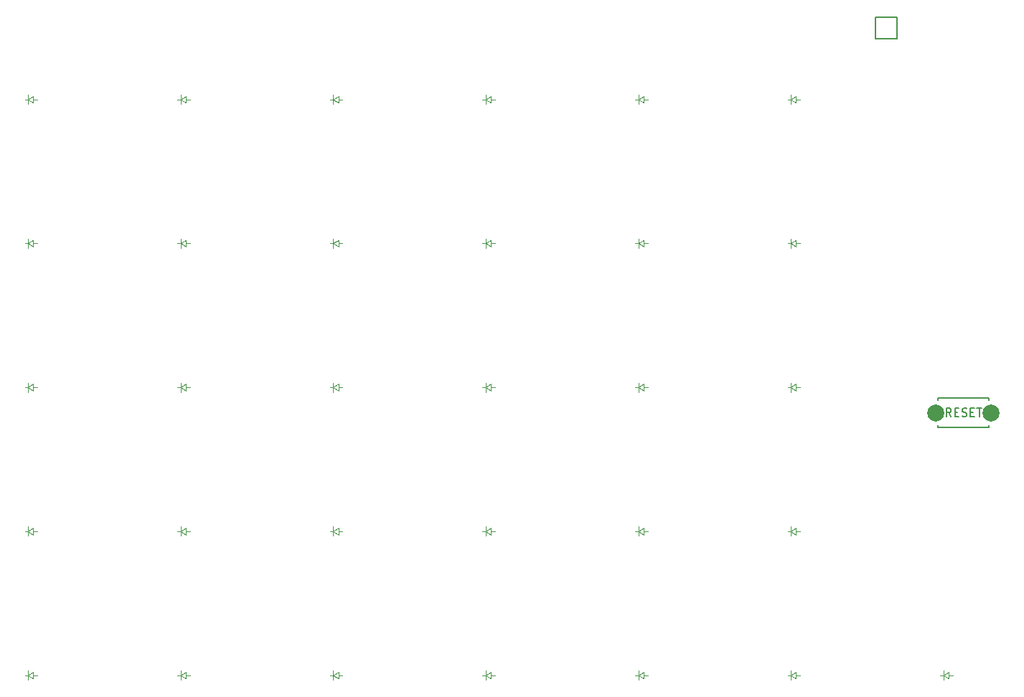
<source format=gbr>
%TF.GenerationSoftware,KiCad,Pcbnew,6.0.11-2627ca5db0~126~ubuntu22.04.1*%
%TF.CreationDate,2023-07-07T16:44:54-07:00*%
%TF.ProjectId,swirl,73776972-6c2e-46b6-9963-61645f706362,v1.0.0*%
%TF.SameCoordinates,Original*%
%TF.FileFunction,Legend,Top*%
%TF.FilePolarity,Positive*%
%FSLAX46Y46*%
G04 Gerber Fmt 4.6, Leading zero omitted, Abs format (unit mm)*
G04 Created by KiCad (PCBNEW 6.0.11-2627ca5db0~126~ubuntu22.04.1) date 2023-07-07 16:44:54*
%MOMM*%
%LPD*%
G01*
G04 APERTURE LIST*
%ADD10C,0.150000*%
%ADD11C,0.100000*%
%ADD12C,2.000000*%
G04 APERTURE END LIST*
D10*
%TO.C,B1*%
X108547619Y25547619D02*
X108214285Y26023809D01*
X107976190Y25547619D02*
X107976190Y26547619D01*
X108357142Y26547619D01*
X108452380Y26500000D01*
X108500000Y26452380D01*
X108547619Y26357142D01*
X108547619Y26214285D01*
X108500000Y26119047D01*
X108452380Y26071428D01*
X108357142Y26023809D01*
X107976190Y26023809D01*
X108976190Y26071428D02*
X109309523Y26071428D01*
X109452380Y25547619D02*
X108976190Y25547619D01*
X108976190Y26547619D01*
X109452380Y26547619D01*
X109833333Y25595238D02*
X109976190Y25547619D01*
X110214285Y25547619D01*
X110309523Y25595238D01*
X110357142Y25642857D01*
X110404761Y25738095D01*
X110404761Y25833333D01*
X110357142Y25928571D01*
X110309523Y25976190D01*
X110214285Y26023809D01*
X110023809Y26071428D01*
X109928571Y26119047D01*
X109880952Y26166666D01*
X109833333Y26261904D01*
X109833333Y26357142D01*
X109880952Y26452380D01*
X109928571Y26500000D01*
X110023809Y26547619D01*
X110261904Y26547619D01*
X110404761Y26500000D01*
X110833333Y26071428D02*
X111166666Y26071428D01*
X111309523Y25547619D02*
X110833333Y25547619D01*
X110833333Y26547619D01*
X111309523Y26547619D01*
X111595238Y26547619D02*
X112166666Y26547619D01*
X111880952Y25547619D02*
X111880952Y26547619D01*
X113000000Y27750000D02*
X107000000Y27750000D01*
X113000000Y27750000D02*
X113000000Y27500000D01*
X107000000Y27750000D02*
X107000000Y27500000D01*
X113000000Y24250000D02*
X107000000Y24250000D01*
X107000000Y24250000D02*
X107000000Y24500000D01*
X113000000Y24250000D02*
X113000000Y24500000D01*
D11*
%TO.C,D9*%
X18250000Y46400000D02*
X18250000Y45600000D01*
X17650000Y46000000D02*
X17650000Y46550000D01*
X18250000Y46000000D02*
X18750000Y46000000D01*
X17650000Y46000000D02*
X17650000Y45450000D01*
X18250000Y45600000D02*
X17650000Y46000000D01*
X17650000Y46000000D02*
X18250000Y46400000D01*
X17250000Y46000000D02*
X17650000Y46000000D01*
%TO.C,D8*%
X18250000Y28600000D02*
X17650000Y29000000D01*
X18250000Y29400000D02*
X18250000Y28600000D01*
X17250000Y29000000D02*
X17650000Y29000000D01*
X17650000Y29000000D02*
X17650000Y28450000D01*
X17650000Y29000000D02*
X18250000Y29400000D01*
X18250000Y29000000D02*
X18750000Y29000000D01*
X17650000Y29000000D02*
X17650000Y29550000D01*
%TO.C,D1*%
X-750000Y-5000000D02*
X-350000Y-5000000D01*
X-350000Y-5000000D02*
X250000Y-4600000D01*
X-350000Y-5000000D02*
X-350000Y-4450000D01*
X250000Y-5400000D02*
X-350000Y-5000000D01*
X250000Y-4600000D02*
X250000Y-5400000D01*
X-350000Y-5000000D02*
X-350000Y-5550000D01*
X250000Y-5000000D02*
X750000Y-5000000D01*
%TO.C,D18*%
X54250000Y29000000D02*
X54750000Y29000000D01*
X54250000Y28600000D02*
X53650000Y29000000D01*
X53250000Y29000000D02*
X53650000Y29000000D01*
X53650000Y29000000D02*
X54250000Y29400000D01*
X54250000Y29400000D02*
X54250000Y28600000D01*
X53650000Y29000000D02*
X53650000Y28450000D01*
X53650000Y29000000D02*
X53650000Y29550000D01*
%TO.C,D16*%
X53650000Y-5000000D02*
X53650000Y-5550000D01*
X54250000Y-5400000D02*
X53650000Y-5000000D01*
X53250000Y-5000000D02*
X53650000Y-5000000D01*
X53650000Y-5000000D02*
X53650000Y-4450000D01*
X53650000Y-5000000D02*
X54250000Y-4600000D01*
X54250000Y-5000000D02*
X54750000Y-5000000D01*
X54250000Y-4600000D02*
X54250000Y-5400000D01*
%TO.C,D4*%
X-750000Y46000000D02*
X-350000Y46000000D01*
X-350000Y46000000D02*
X-350000Y46550000D01*
X250000Y46000000D02*
X750000Y46000000D01*
X250000Y46400000D02*
X250000Y45600000D01*
X-350000Y46000000D02*
X250000Y46400000D01*
X-350000Y46000000D02*
X-350000Y45450000D01*
X250000Y45600000D02*
X-350000Y46000000D01*
%TO.C,D31*%
X108250000Y-5000000D02*
X108750000Y-5000000D01*
X107650000Y-5000000D02*
X108250000Y-4600000D01*
X107650000Y-5000000D02*
X107650000Y-4450000D01*
X108250000Y-5400000D02*
X107650000Y-5000000D01*
X108250000Y-4600000D02*
X108250000Y-5400000D01*
X107250000Y-5000000D02*
X107650000Y-5000000D01*
X107650000Y-5000000D02*
X107650000Y-5550000D01*
%TO.C,D6*%
X17650000Y-5000000D02*
X17650000Y-5550000D01*
X18250000Y-5400000D02*
X17650000Y-5000000D01*
X18250000Y-4600000D02*
X18250000Y-5400000D01*
X17650000Y-5000000D02*
X18250000Y-4600000D01*
X17650000Y-5000000D02*
X17650000Y-4450000D01*
X17250000Y-5000000D02*
X17650000Y-5000000D01*
X18250000Y-5000000D02*
X18750000Y-5000000D01*
%TO.C,D29*%
X89250000Y46000000D02*
X89650000Y46000000D01*
X89650000Y46000000D02*
X89650000Y46550000D01*
X90250000Y45600000D02*
X89650000Y46000000D01*
X90250000Y46000000D02*
X90750000Y46000000D01*
X89650000Y46000000D02*
X90250000Y46400000D01*
X90250000Y46400000D02*
X90250000Y45600000D01*
X89650000Y46000000D02*
X89650000Y45450000D01*
%TO.C,D23*%
X71650000Y29000000D02*
X72250000Y29400000D01*
X72250000Y29000000D02*
X72750000Y29000000D01*
X71650000Y29000000D02*
X71650000Y29550000D01*
X71650000Y29000000D02*
X71650000Y28450000D01*
X72250000Y28600000D02*
X71650000Y29000000D01*
X72250000Y29400000D02*
X72250000Y28600000D01*
X71250000Y29000000D02*
X71650000Y29000000D01*
%TO.C,D3*%
X-350000Y29000000D02*
X-350000Y29550000D01*
X250000Y29000000D02*
X750000Y29000000D01*
X250000Y29400000D02*
X250000Y28600000D01*
X-750000Y29000000D02*
X-350000Y29000000D01*
X-350000Y29000000D02*
X-350000Y28450000D01*
X-350000Y29000000D02*
X250000Y29400000D01*
X250000Y28600000D02*
X-350000Y29000000D01*
%TO.C,D15*%
X36250000Y63000000D02*
X36750000Y63000000D01*
X35650000Y63000000D02*
X35650000Y63550000D01*
X35250000Y63000000D02*
X35650000Y63000000D01*
X36250000Y63400000D02*
X36250000Y62600000D01*
X36250000Y62600000D02*
X35650000Y63000000D01*
X35650000Y63000000D02*
X35650000Y62450000D01*
X35650000Y63000000D02*
X36250000Y63400000D01*
%TO.C,D27*%
X90250000Y12400000D02*
X90250000Y11600000D01*
X89650000Y12000000D02*
X89650000Y12550000D01*
X89650000Y12000000D02*
X89650000Y11450000D01*
X89250000Y12000000D02*
X89650000Y12000000D01*
X89650000Y12000000D02*
X90250000Y12400000D01*
X90250000Y11600000D02*
X89650000Y12000000D01*
X90250000Y12000000D02*
X90750000Y12000000D01*
%TO.C,D24*%
X72250000Y46000000D02*
X72750000Y46000000D01*
X71250000Y46000000D02*
X71650000Y46000000D01*
X71650000Y46000000D02*
X72250000Y46400000D01*
X72250000Y45600000D02*
X71650000Y46000000D01*
X71650000Y46000000D02*
X71650000Y46550000D01*
X72250000Y46400000D02*
X72250000Y45600000D01*
X71650000Y46000000D02*
X71650000Y45450000D01*
%TO.C,D13*%
X35650000Y29000000D02*
X35650000Y29550000D01*
X36250000Y29000000D02*
X36750000Y29000000D01*
X36250000Y29400000D02*
X36250000Y28600000D01*
X35250000Y29000000D02*
X35650000Y29000000D01*
X35650000Y29000000D02*
X36250000Y29400000D01*
X35650000Y29000000D02*
X35650000Y28450000D01*
X36250000Y28600000D02*
X35650000Y29000000D01*
%TO.C,D2*%
X250000Y12000000D02*
X750000Y12000000D01*
X-350000Y12000000D02*
X-350000Y12550000D01*
X250000Y12400000D02*
X250000Y11600000D01*
X-750000Y12000000D02*
X-350000Y12000000D01*
X-350000Y12000000D02*
X-350000Y11450000D01*
X-350000Y12000000D02*
X250000Y12400000D01*
X250000Y11600000D02*
X-350000Y12000000D01*
%TO.C,D11*%
X35650000Y-5000000D02*
X35650000Y-4450000D01*
X35650000Y-5000000D02*
X35650000Y-5550000D01*
X35250000Y-5000000D02*
X35650000Y-5000000D01*
X36250000Y-4600000D02*
X36250000Y-5400000D01*
X36250000Y-5000000D02*
X36750000Y-5000000D01*
X35650000Y-5000000D02*
X36250000Y-4600000D01*
X36250000Y-5400000D02*
X35650000Y-5000000D01*
%TO.C,D30*%
X89650000Y63000000D02*
X89650000Y63550000D01*
X90250000Y63000000D02*
X90750000Y63000000D01*
X90250000Y62600000D02*
X89650000Y63000000D01*
X89650000Y63000000D02*
X90250000Y63400000D01*
X89650000Y63000000D02*
X89650000Y62450000D01*
X90250000Y63400000D02*
X90250000Y62600000D01*
X89250000Y63000000D02*
X89650000Y63000000D01*
%TO.C,D25*%
X72250000Y63400000D02*
X72250000Y62600000D01*
X71650000Y63000000D02*
X71650000Y62450000D01*
X71650000Y63000000D02*
X72250000Y63400000D01*
X71650000Y63000000D02*
X71650000Y63550000D01*
X72250000Y63000000D02*
X72750000Y63000000D01*
X71250000Y63000000D02*
X71650000Y63000000D01*
X72250000Y62600000D02*
X71650000Y63000000D01*
%TO.C,D28*%
X90250000Y29400000D02*
X90250000Y28600000D01*
X89650000Y29000000D02*
X90250000Y29400000D01*
X89650000Y29000000D02*
X89650000Y28450000D01*
X90250000Y29000000D02*
X90750000Y29000000D01*
X89650000Y29000000D02*
X89650000Y29550000D01*
X89250000Y29000000D02*
X89650000Y29000000D01*
X90250000Y28600000D02*
X89650000Y29000000D01*
%TO.C,D20*%
X53650000Y63000000D02*
X54250000Y63400000D01*
X54250000Y63000000D02*
X54750000Y63000000D01*
X54250000Y63400000D02*
X54250000Y62600000D01*
X53250000Y63000000D02*
X53650000Y63000000D01*
X53650000Y63000000D02*
X53650000Y63550000D01*
X53650000Y63000000D02*
X53650000Y62450000D01*
X54250000Y62600000D02*
X53650000Y63000000D01*
%TO.C,D12*%
X36250000Y12000000D02*
X36750000Y12000000D01*
X35650000Y12000000D02*
X36250000Y12400000D01*
X35650000Y12000000D02*
X35650000Y12550000D01*
X36250000Y11600000D02*
X35650000Y12000000D01*
X35650000Y12000000D02*
X35650000Y11450000D01*
X36250000Y12400000D02*
X36250000Y11600000D01*
X35250000Y12000000D02*
X35650000Y12000000D01*
%TO.C,D14*%
X35650000Y46000000D02*
X35650000Y46550000D01*
X35250000Y46000000D02*
X35650000Y46000000D01*
X36250000Y45600000D02*
X35650000Y46000000D01*
X36250000Y46400000D02*
X36250000Y45600000D01*
X36250000Y46000000D02*
X36750000Y46000000D01*
X35650000Y46000000D02*
X35650000Y45450000D01*
X35650000Y46000000D02*
X36250000Y46400000D01*
%TO.C,D5*%
X-350000Y63000000D02*
X-350000Y63550000D01*
X250000Y63400000D02*
X250000Y62600000D01*
X250000Y63000000D02*
X750000Y63000000D01*
X-750000Y63000000D02*
X-350000Y63000000D01*
X250000Y62600000D02*
X-350000Y63000000D01*
X-350000Y63000000D02*
X-350000Y62450000D01*
X-350000Y63000000D02*
X250000Y63400000D01*
%TO.C,D22*%
X72250000Y12000000D02*
X72750000Y12000000D01*
X71250000Y12000000D02*
X71650000Y12000000D01*
X71650000Y12000000D02*
X72250000Y12400000D01*
X72250000Y11600000D02*
X71650000Y12000000D01*
X71650000Y12000000D02*
X71650000Y11450000D01*
X72250000Y12400000D02*
X72250000Y11600000D01*
X71650000Y12000000D02*
X71650000Y12550000D01*
%TO.C,D7*%
X17650000Y12000000D02*
X18250000Y12400000D01*
X17650000Y12000000D02*
X17650000Y12550000D01*
X17650000Y12000000D02*
X17650000Y11450000D01*
X17250000Y12000000D02*
X17650000Y12000000D01*
X18250000Y11600000D02*
X17650000Y12000000D01*
X18250000Y12000000D02*
X18750000Y12000000D01*
X18250000Y12400000D02*
X18250000Y11600000D01*
%TO.C,D26*%
X89250000Y-5000000D02*
X89650000Y-5000000D01*
X90250000Y-5000000D02*
X90750000Y-5000000D01*
X89650000Y-5000000D02*
X89650000Y-5550000D01*
X90250000Y-4600000D02*
X90250000Y-5400000D01*
X89650000Y-5000000D02*
X90250000Y-4600000D01*
X90250000Y-5400000D02*
X89650000Y-5000000D01*
X89650000Y-5000000D02*
X89650000Y-4450000D01*
%TO.C,D17*%
X54250000Y12000000D02*
X54750000Y12000000D01*
X53250000Y12000000D02*
X53650000Y12000000D01*
X54250000Y12400000D02*
X54250000Y11600000D01*
X53650000Y12000000D02*
X53650000Y11450000D01*
X53650000Y12000000D02*
X54250000Y12400000D01*
X54250000Y11600000D02*
X53650000Y12000000D01*
X53650000Y12000000D02*
X53650000Y12550000D01*
%TO.C,D10*%
X17650000Y63000000D02*
X17650000Y62450000D01*
X18250000Y63000000D02*
X18750000Y63000000D01*
X18250000Y62600000D02*
X17650000Y63000000D01*
X18250000Y63400000D02*
X18250000Y62600000D01*
X17650000Y63000000D02*
X18250000Y63400000D01*
X17250000Y63000000D02*
X17650000Y63000000D01*
X17650000Y63000000D02*
X17650000Y63550000D01*
%TO.C,D21*%
X71650000Y-5000000D02*
X71650000Y-4450000D01*
X71650000Y-5000000D02*
X71650000Y-5550000D01*
X71650000Y-5000000D02*
X72250000Y-4600000D01*
X71250000Y-5000000D02*
X71650000Y-5000000D01*
X72250000Y-4600000D02*
X72250000Y-5400000D01*
X72250000Y-5400000D02*
X71650000Y-5000000D01*
X72250000Y-5000000D02*
X72750000Y-5000000D01*
%TO.C,D19*%
X54250000Y45600000D02*
X53650000Y46000000D01*
X53650000Y46000000D02*
X53650000Y45450000D01*
X53650000Y46000000D02*
X54250000Y46400000D01*
X53250000Y46000000D02*
X53650000Y46000000D01*
X54250000Y46000000D02*
X54750000Y46000000D01*
X54250000Y46400000D02*
X54250000Y45600000D01*
X53650000Y46000000D02*
X53650000Y46550000D01*
D10*
%TO.C,MCU1*%
X102150000Y72740000D02*
X99610000Y72740000D01*
X102150000Y72740000D02*
X102150000Y70200000D01*
X102150000Y70200000D02*
X99610000Y70200000D01*
X99610000Y70200000D02*
X99610000Y72740000D01*
%TD*%
D12*
%TO.C,B1*%
X106750000Y26000000D03*
X113250000Y26000000D03*
%TD*%
M02*

</source>
